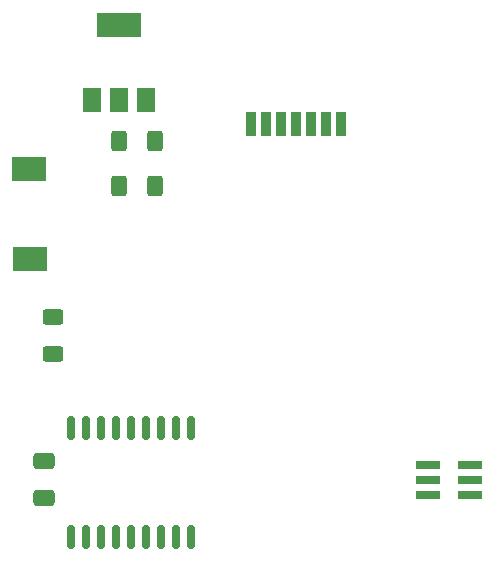
<source format=gbr>
%TF.GenerationSoftware,KiCad,Pcbnew,(6.0.5)*%
%TF.CreationDate,2023-03-31T09:28:20-05:00*%
%TF.ProjectId,remote,72656d6f-7465-42e6-9b69-6361645f7063,rev?*%
%TF.SameCoordinates,Original*%
%TF.FileFunction,Paste,Bot*%
%TF.FilePolarity,Positive*%
%FSLAX46Y46*%
G04 Gerber Fmt 4.6, Leading zero omitted, Abs format (unit mm)*
G04 Created by KiCad (PCBNEW (6.0.5)) date 2023-03-31 09:28:20*
%MOMM*%
%LPD*%
G01*
G04 APERTURE LIST*
G04 Aperture macros list*
%AMRoundRect*
0 Rectangle with rounded corners*
0 $1 Rounding radius*
0 $2 $3 $4 $5 $6 $7 $8 $9 X,Y pos of 4 corners*
0 Add a 4 corners polygon primitive as box body*
4,1,4,$2,$3,$4,$5,$6,$7,$8,$9,$2,$3,0*
0 Add four circle primitives for the rounded corners*
1,1,$1+$1,$2,$3*
1,1,$1+$1,$4,$5*
1,1,$1+$1,$6,$7*
1,1,$1+$1,$8,$9*
0 Add four rect primitives between the rounded corners*
20,1,$1+$1,$2,$3,$4,$5,0*
20,1,$1+$1,$4,$5,$6,$7,0*
20,1,$1+$1,$6,$7,$8,$9,0*
20,1,$1+$1,$8,$9,$2,$3,0*%
G04 Aperture macros list end*
%ADD10R,1.500000X2.000000*%
%ADD11R,3.800000X2.000000*%
%ADD12RoundRect,0.250000X-0.625000X0.400000X-0.625000X-0.400000X0.625000X-0.400000X0.625000X0.400000X0*%
%ADD13R,2.100000X0.750000*%
%ADD14RoundRect,0.250000X-0.650000X0.412500X-0.650000X-0.412500X0.650000X-0.412500X0.650000X0.412500X0*%
%ADD15R,3.000000X2.000000*%
%ADD16RoundRect,0.250000X-0.400000X-0.625000X0.400000X-0.625000X0.400000X0.625000X-0.400000X0.625000X0*%
%ADD17R,0.900000X2.000000*%
%ADD18RoundRect,0.150000X-0.150000X0.875000X-0.150000X-0.875000X0.150000X-0.875000X0.150000X0.875000X0*%
G04 APERTURE END LIST*
D10*
%TO.C,U1*%
X112790000Y-44298000D03*
X110490000Y-44298000D03*
D11*
X110490000Y-37998000D03*
D10*
X108190000Y-44298000D03*
%TD*%
D12*
%TO.C,R3*%
X104902000Y-62712000D03*
X104902000Y-65812000D03*
%TD*%
D13*
%TO.C,J5*%
X136630000Y-75184000D03*
X140230000Y-75184000D03*
X136630000Y-76454000D03*
X140230000Y-76454000D03*
X136630000Y-77724000D03*
X140230000Y-77724000D03*
%TD*%
D14*
%TO.C,C1*%
X104140000Y-74891500D03*
X104140000Y-78016500D03*
%TD*%
D15*
%TO.C,BZ1*%
X102906300Y-50190550D03*
X102918900Y-57774550D03*
%TD*%
D16*
%TO.C,R2*%
X110464000Y-51562000D03*
X113564000Y-51562000D03*
%TD*%
%TO.C,R1*%
X110464000Y-47752000D03*
X113564000Y-47752000D03*
%TD*%
D17*
%TO.C,J1*%
X129278000Y-46382000D03*
X128008000Y-46382000D03*
X126738000Y-46382000D03*
X125468000Y-46382000D03*
X124198000Y-46382000D03*
X122928000Y-46382000D03*
X121658000Y-46382000D03*
%TD*%
D18*
%TO.C,U2*%
X106426000Y-72058000D03*
X107696000Y-72058000D03*
X108966000Y-72058000D03*
X110236000Y-72058000D03*
X111506000Y-72058000D03*
X112776000Y-72058000D03*
X114046000Y-72058000D03*
X115316000Y-72058000D03*
X116586000Y-72058000D03*
X116586000Y-81358000D03*
X115316000Y-81358000D03*
X114046000Y-81358000D03*
X112776000Y-81358000D03*
X111506000Y-81358000D03*
X110236000Y-81358000D03*
X108966000Y-81358000D03*
X107696000Y-81358000D03*
X106426000Y-81358000D03*
%TD*%
M02*

</source>
